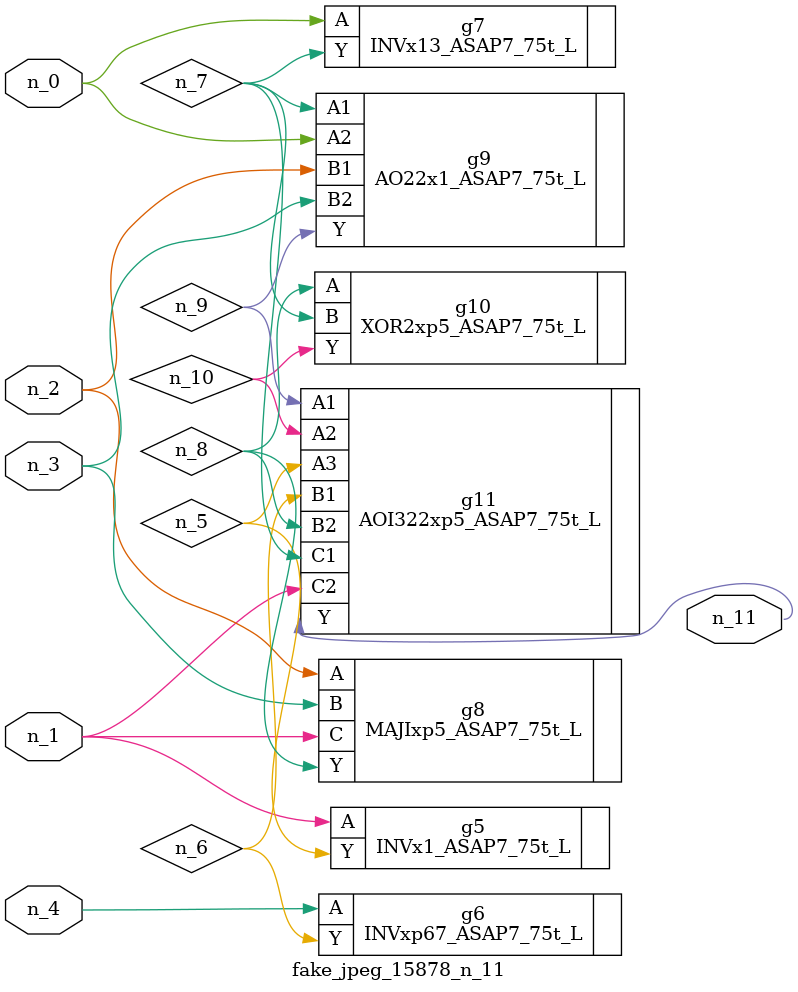
<source format=v>
module fake_jpeg_15878_n_11 (n_3, n_2, n_1, n_0, n_4, n_11);

input n_3;
input n_2;
input n_1;
input n_0;
input n_4;

output n_11;

wire n_10;
wire n_8;
wire n_9;
wire n_6;
wire n_5;
wire n_7;

INVx1_ASAP7_75t_L g5 ( 
.A(n_1),
.Y(n_5)
);

INVxp67_ASAP7_75t_L g6 ( 
.A(n_4),
.Y(n_6)
);

INVx13_ASAP7_75t_L g7 ( 
.A(n_0),
.Y(n_7)
);

MAJIxp5_ASAP7_75t_L g8 ( 
.A(n_2),
.B(n_3),
.C(n_1),
.Y(n_8)
);

AO22x1_ASAP7_75t_L g9 ( 
.A1(n_7),
.A2(n_0),
.B1(n_2),
.B2(n_3),
.Y(n_9)
);

AOI322xp5_ASAP7_75t_L g11 ( 
.A1(n_9),
.A2(n_10),
.A3(n_5),
.B1(n_6),
.B2(n_8),
.C1(n_7),
.C2(n_1),
.Y(n_11)
);

XOR2xp5_ASAP7_75t_L g10 ( 
.A(n_8),
.B(n_7),
.Y(n_10)
);


endmodule
</source>
